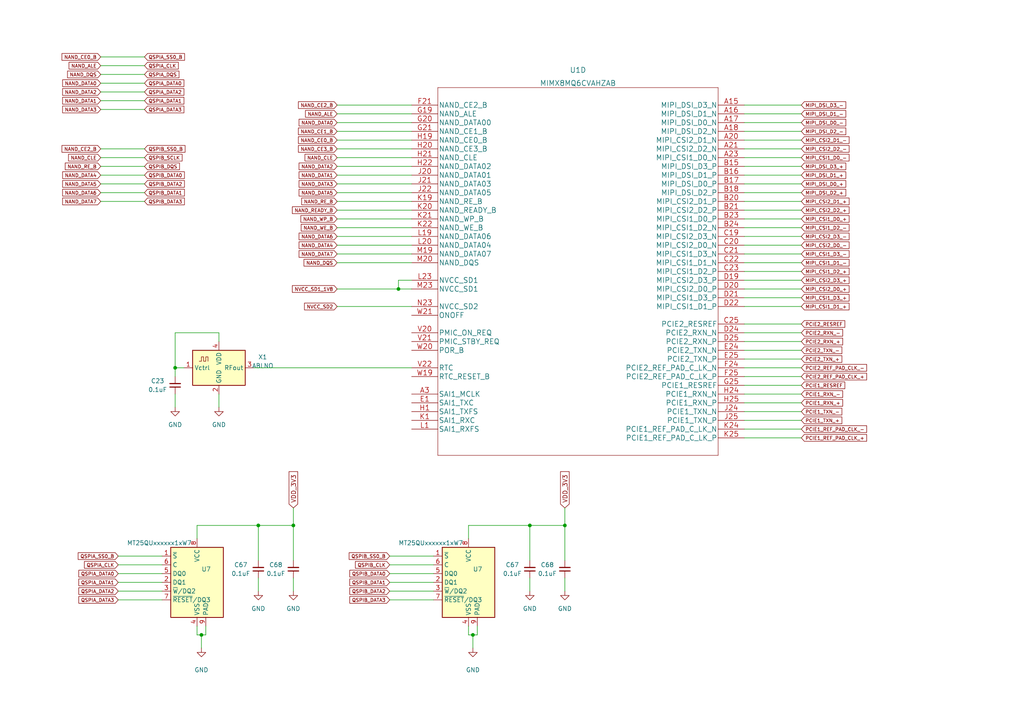
<source format=kicad_sch>
(kicad_sch (version 20230121) (generator eeschema)
  (paper "A4")
  (junction (at 137.16 184.15))
  (junction (at 153.67 152.4))
  (junction (at 58.42 184.15))
  (junction (at 163.83 152.4))
  (junction (at 50.8 106.68))
  (junction (at 74.93 152.4))
  (junction (at 85.09 152.4))
  (junction (at 115.57 83.82))
  (wire (pts (xy 46.99 163.83) (xy 34.29 163.83)))
  (wire (pts (xy 215.9 124.46) (xy 232.41 124.46)))
  (wire (pts (xy 50.8 109.22) (xy 50.8 106.68)))
  (wire (pts (xy 97.79 40.64) (xy 119.38 40.64)))
  (wire (pts (xy 97.79 76.2) (xy 119.38 76.2)))
  (wire (pts (xy 97.79 48.26) (xy 119.38 48.26)))
  (wire (pts (xy 46.99 171.45) (xy 34.29 171.45)))
  (wire (pts (xy 215.9 96.52) (xy 232.41 96.52)))
  (wire (pts (xy 215.9 119.38) (xy 232.41 119.38)))
  (wire (pts (xy 97.79 83.82) (xy 115.57 83.82)))
  (wire (pts (xy 215.9 78.74) (xy 232.41 78.74)))
  (wire (pts (xy 97.79 68.58) (xy 119.38 68.58)))
  (wire (pts (xy 137.16 184.15) (xy 137.16 187.96)))
  (wire (pts (xy 137.16 184.15) (xy 138.43 184.15)))
  (wire (pts (xy 29.21 45.72) (xy 41.91 45.72)))
  (wire (pts (xy 63.5 96.52) (xy 63.5 99.06)))
  (wire (pts (xy 125.73 163.83) (xy 113.03 163.83)))
  (wire (pts (xy 125.73 173.99) (xy 113.03 173.99)))
  (wire (pts (xy 119.38 81.28) (xy 115.57 81.28)))
  (wire (pts (xy 29.21 26.67) (xy 41.91 26.67)))
  (wire (pts (xy 135.89 181.61) (xy 135.89 184.15)))
  (wire (pts (xy 97.79 73.66) (xy 119.38 73.66)))
  (wire (pts (xy 215.9 101.6) (xy 232.41 101.6)))
  (wire (pts (xy 135.89 156.21) (xy 135.89 152.4)))
  (wire (pts (xy 135.89 184.15) (xy 137.16 184.15)))
  (wire (pts (xy 97.79 88.9) (xy 119.38 88.9)))
  (wire (pts (xy 29.21 24.13) (xy 41.91 24.13)))
  (wire (pts (xy 29.21 21.59) (xy 41.91 21.59)))
  (wire (pts (xy 153.67 167.64) (xy 153.67 171.45)))
  (wire (pts (xy 29.21 19.05) (xy 41.91 19.05)))
  (wire (pts (xy 163.83 152.4) (xy 163.83 162.56)))
  (wire (pts (xy 97.79 53.34) (xy 119.38 53.34)))
  (wire (pts (xy 215.9 33.02) (xy 232.41 33.02)))
  (wire (pts (xy 215.9 104.14) (xy 232.41 104.14)))
  (wire (pts (xy 153.67 152.4) (xy 153.67 162.56)))
  (wire (pts (xy 73.66 106.68) (xy 119.38 106.68)))
  (wire (pts (xy 97.79 71.12) (xy 119.38 71.12)))
  (wire (pts (xy 29.21 58.42) (xy 41.91 58.42)))
  (wire (pts (xy 115.57 83.82) (xy 119.38 83.82)))
  (wire (pts (xy 29.21 50.8) (xy 41.91 50.8)))
  (wire (pts (xy 97.79 45.72) (xy 119.38 45.72)))
  (wire (pts (xy 215.9 55.88) (xy 232.41 55.88)))
  (wire (pts (xy 215.9 121.92) (xy 232.41 121.92)))
  (wire (pts (xy 29.21 48.26) (xy 41.91 48.26)))
  (wire (pts (xy 215.9 45.72) (xy 232.41 45.72)))
  (wire (pts (xy 163.83 147.32) (xy 163.83 152.4)))
  (wire (pts (xy 29.21 53.34) (xy 41.91 53.34)))
  (wire (pts (xy 58.42 184.15) (xy 58.42 187.96)))
  (wire (pts (xy 215.9 40.64) (xy 232.41 40.64)))
  (wire (pts (xy 125.73 168.91) (xy 113.03 168.91)))
  (wire (pts (xy 97.79 35.56) (xy 119.38 35.56)))
  (wire (pts (xy 50.8 96.52) (xy 63.5 96.52)))
  (wire (pts (xy 115.57 81.28) (xy 115.57 83.82)))
  (wire (pts (xy 215.9 83.82) (xy 232.41 83.82)))
  (wire (pts (xy 215.9 88.9) (xy 232.41 88.9)))
  (wire (pts (xy 63.5 114.3) (xy 63.5 118.11)))
  (wire (pts (xy 97.79 66.04) (xy 119.38 66.04)))
  (wire (pts (xy 97.79 30.48) (xy 119.38 30.48)))
  (wire (pts (xy 57.15 152.4) (xy 74.93 152.4)))
  (wire (pts (xy 125.73 166.37) (xy 113.03 166.37)))
  (wire (pts (xy 163.83 167.64) (xy 163.83 171.45)))
  (wire (pts (xy 97.79 60.96) (xy 119.38 60.96)))
  (wire (pts (xy 215.9 106.68) (xy 232.41 106.68)))
  (wire (pts (xy 215.9 99.06) (xy 232.41 99.06)))
  (wire (pts (xy 46.99 173.99) (xy 34.29 173.99)))
  (wire (pts (xy 29.21 29.21) (xy 41.91 29.21)))
  (wire (pts (xy 97.79 50.8) (xy 119.38 50.8)))
  (wire (pts (xy 215.9 60.96) (xy 232.41 60.96)))
  (wire (pts (xy 215.9 81.28) (xy 232.41 81.28)))
  (wire (pts (xy 215.9 43.18) (xy 232.41 43.18)))
  (wire (pts (xy 125.73 161.29) (xy 113.03 161.29)))
  (wire (pts (xy 74.93 167.64) (xy 74.93 171.45)))
  (wire (pts (xy 97.79 58.42) (xy 119.38 58.42)))
  (wire (pts (xy 97.79 55.88) (xy 119.38 55.88)))
  (wire (pts (xy 215.9 35.56) (xy 232.41 35.56)))
  (wire (pts (xy 138.43 184.15) (xy 138.43 181.61)))
  (wire (pts (xy 215.9 111.76) (xy 232.41 111.76)))
  (wire (pts (xy 215.9 63.5) (xy 232.41 63.5)))
  (wire (pts (xy 215.9 66.04) (xy 232.41 66.04)))
  (wire (pts (xy 53.34 106.68) (xy 50.8 106.68)))
  (wire (pts (xy 85.09 147.32) (xy 85.09 152.4)))
  (wire (pts (xy 46.99 168.91) (xy 34.29 168.91)))
  (wire (pts (xy 29.21 16.51) (xy 41.91 16.51)))
  (wire (pts (xy 215.9 109.22) (xy 232.41 109.22)))
  (wire (pts (xy 97.79 38.1) (xy 119.38 38.1)))
  (wire (pts (xy 97.79 63.5) (xy 119.38 63.5)))
  (wire (pts (xy 85.09 152.4) (xy 85.09 162.56)))
  (wire (pts (xy 215.9 58.42) (xy 232.41 58.42)))
  (wire (pts (xy 215.9 116.84) (xy 232.41 116.84)))
  (wire (pts (xy 74.93 152.4) (xy 74.93 162.56)))
  (wire (pts (xy 46.99 166.37) (xy 34.29 166.37)))
  (wire (pts (xy 215.9 38.1) (xy 232.41 38.1)))
  (wire (pts (xy 50.8 114.3) (xy 50.8 118.11)))
  (wire (pts (xy 57.15 156.21) (xy 57.15 152.4)))
  (wire (pts (xy 215.9 48.26) (xy 232.41 48.26)))
  (wire (pts (xy 215.9 127) (xy 232.41 127)))
  (wire (pts (xy 125.73 171.45) (xy 113.03 171.45)))
  (wire (pts (xy 215.9 68.58) (xy 232.41 68.58)))
  (wire (pts (xy 97.79 33.02) (xy 119.38 33.02)))
  (wire (pts (xy 59.69 184.15) (xy 59.69 181.61)))
  (wire (pts (xy 215.9 71.12) (xy 232.41 71.12)))
  (wire (pts (xy 50.8 106.68) (xy 50.8 96.52)))
  (wire (pts (xy 58.42 184.15) (xy 59.69 184.15)))
  (wire (pts (xy 29.21 55.88) (xy 41.91 55.88)))
  (wire (pts (xy 153.67 152.4) (xy 163.83 152.4)))
  (wire (pts (xy 215.9 114.3) (xy 232.41 114.3)))
  (wire (pts (xy 215.9 73.66) (xy 232.41 73.66)))
  (wire (pts (xy 215.9 93.98) (xy 232.41 93.98)))
  (wire (pts (xy 74.93 152.4) (xy 85.09 152.4)))
  (wire (pts (xy 85.09 167.64) (xy 85.09 171.45)))
  (wire (pts (xy 215.9 53.34) (xy 232.41 53.34)))
  (wire (pts (xy 215.9 30.48) (xy 232.41 30.48)))
  (wire (pts (xy 215.9 76.2) (xy 232.41 76.2)))
  (wire (pts (xy 135.89 152.4) (xy 153.67 152.4)))
  (wire (pts (xy 57.15 184.15) (xy 58.42 184.15)))
  (wire (pts (xy 97.79 43.18) (xy 119.38 43.18)))
  (wire (pts (xy 215.9 86.36) (xy 232.41 86.36)))
  (wire (pts (xy 29.21 31.75) (xy 41.91 31.75)))
  (wire (pts (xy 215.9 50.8) (xy 232.41 50.8)))
  (wire (pts (xy 29.21 43.18) (xy 41.91 43.18)))
  (wire (pts (xy 46.99 161.29) (xy 34.29 161.29)))
  (wire (pts (xy 57.15 181.61) (xy 57.15 184.15)))
  (global_label "NAND_CE0_B" (shape input) (at 97.79 40.64 180) (effects (font (size 1 1))) (property "Intersheetrefs" "${INTERSHEET_REFS}" (effects hide)))
  (global_label "QSPIA_DATA1" (shape input) (at 34.29 168.91 180) (effects (font (size 1 1))) (property "Intersheetrefs" "${INTERSHEET_REFS}" (effects hide)))
  (global_label "MIPI_CSI1_D1_-" (shape input) (at 232.41 76.2 0) (effects (font (size 1 1))) (property "Intersheetrefs" "${INTERSHEET_REFS}" (effects hide)))
  (global_label "NAND_CE1_B" (shape input) (at 97.79 38.1 180) (effects (font (size 1 1))) (property "Intersheetrefs" "${INTERSHEET_REFS}" (effects hide)))
  (global_label "PCIE1_REF_PAD_CLK_+" (shape input) (at 232.41 127 0) (effects (font (size 1 1))) (property "Intersheetrefs" "${INTERSHEET_REFS}" (effects hide)))
  (global_label "NAND_DATA4" (shape input) (at 29.21 50.8 180) (effects (font (size 1 1))) (property "Intersheetrefs" "${INTERSHEET_REFS}" (effects hide)))
  (global_label "PCIE1_TXN_-" (shape input) (at 232.41 119.38 0) (effects (font (size 1 1))) (property "Intersheetrefs" "${INTERSHEET_REFS}" (effects hide)))
  (global_label "NAND_DATA0" (shape input) (at 29.21 24.13 180) (effects (font (size 1 1))) (property "Intersheetrefs" "${INTERSHEET_REFS}" (effects hide)))
  (global_label "NAND_ALE" (shape input) (at 97.79 33.02 180) (effects (font (size 1 1))) (property "Intersheetrefs" "${INTERSHEET_REFS}" (effects hide)))
  (global_label "MIPI_CSI1_D0_-" (shape input) (at 232.41 45.72 0) (effects (font (size 1 1))) (property "Intersheetrefs" "${INTERSHEET_REFS}" (effects hide)))
  (global_label "QSPIA_DATA0" (shape input) (at 41.91 24.13 0) (effects (font (size 1 1))) (property "Intersheetrefs" "${INTERSHEET_REFS}" (effects hide)))
  (global_label "QSPIB_DATA1" (shape input) (at 113.03 168.91 180) (effects (font (size 1 1))) (property "Intersheetrefs" "${INTERSHEET_REFS}" (effects hide)))
  (global_label "MIPI_CSI1_D3_-" (shape input) (at 232.41 73.66 0) (effects (font (size 1 1))) (property "Intersheetrefs" "${INTERSHEET_REFS}" (effects hide)))
  (global_label "PCIE2_RXN_+" (shape input) (at 232.41 99.06 0) (effects (font (size 1 1))) (property "Intersheetrefs" "${INTERSHEET_REFS}" (effects hide)))
  (global_label "PCIE2_RESREF" (shape input) (at 232.41 93.98 0) (effects (font (size 1 1))) (property "Intersheetrefs" "${INTERSHEET_REFS}" (effects hide)))
  (global_label "PCIE1_RXN_+" (shape input) (at 232.41 116.84 0) (effects (font (size 1 1))) (property "Intersheetrefs" "${INTERSHEET_REFS}" (effects hide)))
  (global_label "QSPIB_DQS" (shape input) (at 41.91 48.26 0) (effects (font (size 1 1))) (property "Intersheetrefs" "${INTERSHEET_REFS}" (effects hide)))
  (global_label "MIPI_CSI2_D0_-" (shape input) (at 232.41 71.12 0) (effects (font (size 1 1))) (property "Intersheetrefs" "${INTERSHEET_REFS}" (effects hide)))
  (global_label "PCIE1_REF_PAD_CLK_-" (shape input) (at 232.41 124.46 0) (effects (font (size 1 1))) (property "Intersheetrefs" "${INTERSHEET_REFS}" (effects hide)))
  (global_label "NVCC_SD2" (shape input) (at 97.79 88.9 180) (effects (font (size 1 1))) (property "Intersheetrefs" "${INTERSHEET_REFS}" (effects hide)))
  (global_label "NAND_DATA7" (shape input) (at 29.21 58.42 180) (effects (font (size 1 1))) (property "Intersheetrefs" "${INTERSHEET_REFS}" (effects hide)))
  (global_label "MIPI_DSI_D0_+" (shape input) (at 232.41 53.34 0) (effects (font (size 1 1))) (property "Intersheetrefs" "${INTERSHEET_REFS}" (effects hide)))
  (global_label "MIPI_DSI_D2_-" (shape input) (at 232.41 38.1 0) (effects (font (size 1 1))) (property "Intersheetrefs" "${INTERSHEET_REFS}" (effects hide)))
  (global_label "NAND_DATA1" (shape input) (at 97.79 50.8 180) (effects (font (size 1 1))) (property "Intersheetrefs" "${INTERSHEET_REFS}" (effects hide)))
  (global_label "MIPI_DSI_D1_-" (shape input) (at 232.41 33.02 0) (effects (font (size 1 1))) (property "Intersheetrefs" "${INTERSHEET_REFS}" (effects hide)))
  (global_label "MIPI_CSI2_D2_+" (shape input) (at 232.41 60.96 0) (effects (font (size 1 1))) (property "Intersheetrefs" "${INTERSHEET_REFS}" (effects hide)))
  (global_label "NAND_CE2_B" (shape input) (at 97.79 30.48 180) (effects (font (size 1 1))) (property "Intersheetrefs" "${INTERSHEET_REFS}" (effects hide)))
  (global_label "PCIE1_RXN_-" (shape input) (at 232.41 114.3 0) (effects (font (size 1 1))) (property "Intersheetrefs" "${INTERSHEET_REFS}" (effects hide)))
  (global_label "MIPI_CSI1_D0_+" (shape input) (at 232.41 63.5 0) (effects (font (size 1 1))) (property "Intersheetrefs" "${INTERSHEET_REFS}" (effects hide)))
  (global_label "NAND_CLE" (shape input) (at 97.79 45.72 180) (effects (font (size 1 1))) (property "Intersheetrefs" "${INTERSHEET_REFS}" (effects hide)))
  (global_label "NAND_DATA7" (shape input) (at 97.79 73.66 180) (effects (font (size 1 1))) (property "Intersheetrefs" "${INTERSHEET_REFS}" (effects hide)))
  (global_label "NAND_CLE" (shape input) (at 29.21 45.72 180) (effects (font (size 1 1))) (property "Intersheetrefs" "${INTERSHEET_REFS}" (effects hide)))
  (global_label "PCIE2_TXN_+" (shape input) (at 232.41 104.14 0) (effects (font (size 1 1))) (property "Intersheetrefs" "${INTERSHEET_REFS}" (effects hide)))
  (global_label "NAND_CE3_B" (shape input) (at 97.79 43.18 180) (effects (font (size 1 1))) (property "Intersheetrefs" "${INTERSHEET_REFS}" (effects hide)))
  (global_label "MIPI_DSI_D0_-" (shape input) (at 232.41 35.56 0) (effects (font (size 1 1))) (property "Intersheetrefs" "${INTERSHEET_REFS}" (effects hide)))
  (global_label "NAND_DATA5" (shape input) (at 97.79 55.88 180) (effects (font (size 1 1))) (property "Intersheetrefs" "${INTERSHEET_REFS}" (effects hide)))
  (global_label "NAND_WP_B" (shape input) (at 97.79 63.5 180) (effects (font (size 1 1))) (property "Intersheetrefs" "${INTERSHEET_REFS}" (effects hide)))
  (global_label "NAND_DATA3" (shape input) (at 29.21 31.75 180) (effects (font (size 1 1))) (property "Intersheetrefs" "${INTERSHEET_REFS}" (effects hide)))
  (global_label "QSPIB_DATA0" (shape input) (at 41.91 50.8 0) (effects (font (size 1 1))) (property "Intersheetrefs" "${INTERSHEET_REFS}" (effects hide)))
  (global_label "MIPI_CSI2_D2_-" (shape input) (at 232.41 43.18 0) (effects (font (size 1 1))) (property "Intersheetrefs" "${INTERSHEET_REFS}" (effects hide)))
  (global_label "QSPIA_DATA1" (shape input) (at 41.91 29.21 0) (effects (font (size 1 1))) (property "Intersheetrefs" "${INTERSHEET_REFS}" (effects hide)))
  (global_label "NAND_DATA5" (shape input) (at 29.21 53.34 180) (effects (font (size 1 1))) (property "Intersheetrefs" "${INTERSHEET_REFS}" (effects hide)))
  (global_label "MIPI_CSI1_D3_+" (shape input) (at 232.41 86.36 0) (effects (font (size 1 1))) (property "Intersheetrefs" "${INTERSHEET_REFS}" (effects hide)))
  (global_label "QSPIB_SS0_B" (shape input) (at 113.03 161.29 180) (effects (font (size 1 1))) (property "Intersheetrefs" "${INTERSHEET_REFS}" (effects hide)))
  (global_label "PCIE2_REF_PAD_CLK_-" (shape input) (at 232.41 106.68 0) (effects (font (size 1 1))) (property "Intersheetrefs" "${INTERSHEET_REFS}" (effects hide)))
  (global_label "QSPIB_DATA2" (shape input) (at 41.91 53.34 0) (effects (font (size 1 1))) (property "Intersheetrefs" "${INTERSHEET_REFS}" (effects hide)))
  (global_label "QSPIB_DATA3" (shape input) (at 113.03 173.99 180) (effects (font (size 1 1))) (property "Intersheetrefs" "${INTERSHEET_REFS}" (effects hide)))
  (global_label "QSPIB_DATA3" (shape input) (at 41.91 58.42 0) (effects (font (size 1 1))) (property "Intersheetrefs" "${INTERSHEET_REFS}" (effects hide)))
  (global_label "MIPI_CSI1_D2_-" (shape input) (at 232.41 66.04 0) (effects (font (size 1 1))) (property "Intersheetrefs" "${INTERSHEET_REFS}" (effects hide)))
  (global_label "QSPIA_CLK" (shape input) (at 34.29 163.83 180) (effects (font (size 1 1))) (property "Intersheetrefs" "${INTERSHEET_REFS}" (effects hide)))
  (global_label "NAND_DATA6" (shape input) (at 29.21 55.88 180) (effects (font (size 1 1))) (property "Intersheetrefs" "${INTERSHEET_REFS}" (effects hide)))
  (global_label "MIPI_CSI1_D2_+" (shape input) (at 232.41 78.74 0) (effects (font (size 1 1))) (property "Intersheetrefs" "${INTERSHEET_REFS}" (effects hide)))
  (global_label "QSPIA_CLK" (shape input) (at 41.91 19.05 0) (effects (font (size 1 1))) (property "Intersheetrefs" "${INTERSHEET_REFS}" (effects hide)))
  (global_label "PCIE1_RESREF" (shape input) (at 232.41 111.76 0) (effects (font (size 1 1))) (property "Intersheetrefs" "${INTERSHEET_REFS}" (effects hide)))
  (global_label "NAND_WE_B" (shape input) (at 97.79 66.04 180) (effects (font (size 1 1))) (property "Intersheetrefs" "${INTERSHEET_REFS}" (effects hide)))
  (global_label "QSPIA_DATA3" (shape input) (at 41.91 31.75 0) (effects (font (size 1 1))) (property "Intersheetrefs" "${INTERSHEET_REFS}" (effects hide)))
  (global_label "QSPIA_DATA0" (shape input) (at 34.29 166.37 180) (effects (font (size 1 1))) (property "Intersheetrefs" "${INTERSHEET_REFS}" (effects hide)))
  (global_label "QSPIA_DATA2" (shape input) (at 34.29 171.45 180) (effects (font (size 1 1))) (property "Intersheetrefs" "${INTERSHEET_REFS}" (effects hide)))
  (global_label "QSPIB_DATA0" (shape input) (at 113.03 166.37 180) (effects (font (size 1 1))) (property "Intersheetrefs" "${INTERSHEET_REFS}" (effects hide)))
  (global_label "NAND_RE_B" (shape input) (at 97.79 58.42 180) (effects (font (size 1 1))) (property "Intersheetrefs" "${INTERSHEET_REFS}" (effects hide)))
  (global_label "NAND_DATA3" (shape input) (at 97.79 53.34 180) (effects (font (size 1 1))) (property "Intersheetrefs" "${INTERSHEET_REFS}" (effects hide)))
  (global_label "QSPIA_SS0_B" (shape input) (at 34.29 161.29 180) (effects (font (size 1 1))) (property "Intersheetrefs" "${INTERSHEET_REFS}" (effects hide)))
  (global_label "QSPIA_SS0_B" (shape input) (at 41.91 16.51 0) (effects (font (size 1 1))) (property "Intersheetrefs" "${INTERSHEET_REFS}" (effects hide)))
  (global_label "NAND_DATA2" (shape input) (at 29.21 26.67 180) (effects (font (size 1 1))) (property "Intersheetrefs" "${INTERSHEET_REFS}" (effects hide)))
  (global_label "MIPI_DSI_D3_+" (shape input) (at 232.41 48.26 0) (effects (font (size 1 1))) (property "Intersheetrefs" "${INTERSHEET_REFS}" (effects hide)))
  (global_label "MIPI_CSI2_D3_-" (shape input) (at 232.41 68.58 0) (effects (font (size 1 1))) (property "Intersheetrefs" "${INTERSHEET_REFS}" (effects hide)))
  (global_label "QSPIB_DATA1" (shape input) (at 41.91 55.88 0) (effects (font (size 1 1))) (property "Intersheetrefs" "${INTERSHEET_REFS}" (effects hide)))
  (global_label "QSPIB_DATA2" (shape input) (at 113.03 171.45 180) (effects (font (size 1 1))) (property "Intersheetrefs" "${INTERSHEET_REFS}" (effects hide)))
  (global_label "NVCC_SD1_1V8" (shape input) (at 97.79 83.82 180) (effects (font (size 1 1))) (property "Intersheetrefs" "${INTERSHEET_REFS}" (effects hide)))
  (global_label "NAND_DATA6" (shape input) (at 97.79 68.58 180) (effects (font (size 1 1))) (property "Intersheetrefs" "${INTERSHEET_REFS}" (effects hide)))
  (global_label "MIPI_DSI_D1_+" (shape input) (at 232.41 50.8 0) (effects (font (size 1 1))) (property "Intersheetrefs" "${INTERSHEET_REFS}" (effects hide)))
  (global_label "MIPI_CSI2_D3_+" (shape input) (at 232.41 81.28 0) (effects (font (size 1 1))) (property "Intersheetrefs" "${INTERSHEET_REFS}" (effects hide)))
  (global_label "NAND_DQS" (shape input) (at 97.79 76.2 180) (effects (font (size 1 1))) (property "Intersheetrefs" "${INTERSHEET_REFS}" (effects hide)))
  (global_label "NAND_DATA0" (shape input) (at 97.79 35.56 180) (effects (font (size 1 1))) (property "Intersheetrefs" "${INTERSHEET_REFS}" (effects hide)))
  (global_label "MIPI_CSI2_D1_-" (shape input) (at 232.41 40.64 0) (effects (font (size 1 1))) (property "Intersheetrefs" "${INTERSHEET_REFS}" (effects hide)))
  (global_label "MIPI_DSI_D2_+" (shape input) (at 232.41 55.88 0) (effects (font (size 1 1))) (property "Intersheetrefs" "${INTERSHEET_REFS}" (effects hide)))
  (global_label "NAND_DATA4" (shape input) (at 97.79 71.12 180) (effects (font (size 1 1))) (property "Intersheetrefs" "${INTERSHEET_REFS}" (effects hide)))
  (global_label "PCIE2_TXN_-" (shape input) (at 232.41 101.6 0) (effects (font (size 1 1))) (property "Intersheetrefs" "${INTERSHEET_REFS}" (effects hide)))
  (global_label "NAND_RE_B" (shape input) (at 29.21 48.26 180) (effects (font (size 1 1))) (property "Intersheetrefs" "${INTERSHEET_REFS}" (effects hide)))
  (global_label "PCIE1_TXN_+" (shape input) (at 232.41 121.92 0) (effects (font (size 1 1))) (property "Intersheetrefs" "${INTERSHEET_REFS}" (effects hide)))
  (global_label "NAND_CE0_B" (shape input) (at 29.21 16.51 180) (effects (font (size 1 1))) (property "Intersheetrefs" "${INTERSHEET_REFS}" (effects hide)))
  (global_label "MIPI_CSI1_D1_+" (shape input) (at 232.41 88.9 0) (effects (font (size 1 1))) (property "Intersheetrefs" "${INTERSHEET_REFS}" (effects hide)))
  (global_label "NAND_DATA2" (shape input) (at 97.79 48.26 180) (effects (font (size 1 1))) (property "Intersheetrefs" "${INTERSHEET_REFS}" (effects hide)))
  (global_label "NAND_CE2_B" (shape input) (at 29.21 43.18 180) (effects (font (size 1 1))) (property "Intersheetrefs" "${INTERSHEET_REFS}" (effects hide)))
  (global_label "QSPIA_DATA3" (shape input) (at 34.29 173.99 180) (effects (font (size 1 1))) (property "Intersheetrefs" "${INTERSHEET_REFS}" (effects hide)))
  (global_label "VDD_3V3" (shape input) (at 85.09 147.32 90) (property "Intersheetrefs" "${INTERSHEET_REFS}" (effects hide)))
  (global_label "MIPI_CSI2_D1_+" (shape input) (at 232.41 58.42 0) (effects (font (size 1 1))) (property "Intersheetrefs" "${INTERSHEET_REFS}" (effects hide)))
  (global_label "NAND_ALE" (shape input) (at 29.21 19.05 180) (effects (font (size 1 1))) (property "Intersheetrefs" "${INTERSHEET_REFS}" (effects hide)))
  (global_label "QSPIB_SS0_B" (shape input) (at 41.91 43.18 0) (effects (font (size 1 1))) (property "Intersheetrefs" "${INTERSHEET_REFS}" (effects hide)))
  (global_label "QSPIB_SCLK" (shape input) (at 41.91 45.72 0) (effects (font (size 1 1))) (property "Intersheetrefs" "${INTERSHEET_REFS}" (effects hide)))
  (global_label "VDD_3V3" (shape input) (at 163.83 147.32 90) (property "Intersheetrefs" "${INTERSHEET_REFS}" (effects hide)))
  (global_label "NAND_DQS" (shape input) (at 29.21 21.59 180) (effects (font (size 1 1))) (property "Intersheetrefs" "${INTERSHEET_REFS}" (effects hide)))
  (global_label "PCIE2_REF_PAD_CLK_+" (shape input) (at 232.41 109.22 0) (effects (font (size 1 1))) (property "Intersheetrefs" "${INTERSHEET_REFS}" (effects hide)))
  (global_label "NAND_READY_B" (shape input) (at 97.79 60.96 180) (effects (font (size 1 1))) (property "Intersheetrefs" "${INTERSHEET_REFS}" (effects hide)))
  (global_label "QSPIA_DQS" (shape input) (at 41.91 21.59 0) (effects (font (size 1 1))) (property "Intersheetrefs" "${INTERSHEET_REFS}" (effects hide)))
  (global_label "MIPI_DSI_D3_-" (shape input) (at 232.41 30.48 0) (effects (font (size 1 1))) (property "Intersheetrefs" "${INTERSHEET_REFS}" (effects hide)))
  (global_label "NAND_DATA1" (shape input) (at 29.21 29.21 180) (effects (font (size 1 1))) (property "Intersheetrefs" "${INTERSHEET_REFS}" (effects hide)))
  (global_label "QSPIA_DATA2" (shape input) (at 41.91 26.67 0) (effects (font (size 1 1))) (property "Intersheetrefs" "${INTERSHEET_REFS}" (effects hide)))
  (global_label "QSPIB_CLK" (shape input) (at 113.03 163.83 180) (effects (font (size 1 1))) (property "Intersheetrefs" "${INTERSHEET_REFS}" (effects hide)))
  (global_label "MIPI_CSI2_D0_+" (shape input) (at 232.41 83.82 0) (effects (font (size 1 1))) (property "Intersheetrefs" "${INTERSHEET_REFS}" (effects hide)))
  (global_label "PCIE2_RXN_-" (shape input) (at 232.41 96.52 0) (effects (font (size 1 1))) (property "Intersheetrefs" "${INTERSHEET_REFS}" (effects hide)))
  (symbol (lib_id "power:GND") (at 74.93 171.45 0) (unit 1)
    (property "Reference" "#PWR038" (effects hide))
    (property "Value" "GND" (at 74.93 176.53 0))
  )
  (symbol (lib_id "Device:C_Small") (at 85.09 165.1 180) (unit 1)
    (property "Reference" "C68" (at 80.01 163.83 0))
    (property "Value" "0.1uF" (at 80.01 166.37 0))
    (property "Footprint" "Capacitor_SMD:C_0402_1005Metric" (effects hide))
  )
  (symbol (lib_id "Memory_Flash:MT25QUxxxxxx1xW7") (at 57.15 168.91 0) (unit 1)
    (property "Reference" "U7" (at 58.42 165.1 0) (effects (justify left)))
    (property "Value" "MT25QUxxxxxx1xW7" (at 36.83 157.48 0) (effects (justify left)))
    (property "Footprint" "Package_DFN_QFN:W-PDFN-8-1EP_6x5mm_P1.27mm_EP3x3mm" (effects hide))
    (property "Datasheet" "https://media-www.micron.com/-/media/client/global/documents/products/data-sheet/nor-flash/serial-nor/mt25q/die-rev-a/mt25q_qljs_u_256_aba_0.pdf" (effects hide))
  )
  (symbol (lib_id "power:GND") (at 63.5 118.11 0) (unit 1)
    (property "Reference" "#PWR019" (effects hide))
    (property "Value" "GND" (at 63.5 123.19 0))
    (instances (project "IMX8MQ" (path "" (reference "#PWR019") (unit 1)) (path "" (reference "#PWR020") (unit 1))))
  )
  (symbol (lib_id "Device:C_Small") (at 153.67 165.1 180) (unit 1)
    (property "Reference" "C67" (at 148.59 163.83 0))
    (property "Value" "0.1uF" (at 148.59 166.37 0))
    (property "Footprint" "Capacitor_SMD:C_0402_1005Metric" (effects hide))
    (instances (project "IMX8MQ" (path "" (reference "C67") (unit 1)) (path "" (reference "C69") (unit 1))))
  )
  (symbol (lib_id "Device:C_Small") (at 74.93 165.1 180) (unit 1)
    (property "Reference" "C67" (at 69.85 163.83 0))
    (property "Value" "0.1uF" (at 69.85 166.37 0))
    (property "Footprint" "Capacitor_SMD:C_0402_1005Metric" (effects hide))
  )
  (symbol (lib_id "_MIMX8MQ6CVAHZAB:MIMX8MQ6CVAHZAB") (at 119.38 30.48 0) (unit 4)
    (property "Reference" "U1" (at 167.64 20.32 0) (effects (font (size 1.524 1.524))))
    (property "Value" "MIMX8MQ6CVAHZAB" (at 167.64 24.13 0) (effects (font (size 1.524 1.524))))
    (property "Footprint" "IMX8MQ_footprints:MIMX8MQ6CVAHZAB" (effects hide))
  )
  (symbol (lib_id "power:GND") (at 163.83 171.45 0) (unit 1)
    (property "Reference" "#PWR039" (effects hide))
    (property "Value" "GND" (at 163.83 176.53 0))
    (instances (project "IMX8MQ" (path "" (reference "#PWR039") (unit 1)) (path "" (reference "#PWR048") (unit 1))))
  )
  (symbol (lib_id "Device:C_Small") (at 50.8 111.76 180) (unit 1)
    (property "Reference" "C23" (at 45.72 110.49 0))
    (property "Value" "0.1uF" (at 45.72 113.03 0))
    (property "Footprint" "Capacitor_SMD:C_0402_1005Metric" (effects hide))
  )
  (symbol (lib_id "power:GND") (at 58.42 187.96 0) (unit 1)
    (property "Reference" "#PWR037" (effects hide))
    (property "Value" "GND" (at 58.42 194.31 0))
  )
  (symbol (lib_id "Device:C_Small") (at 163.83 165.1 180) (unit 1)
    (property "Reference" "C68" (at 158.75 163.83 0))
    (property "Value" "0.1uF" (at 158.75 166.37 0))
    (property "Footprint" "Capacitor_SMD:C_0402_1005Metric" (effects hide))
    (instances (project "IMX8MQ" (path "" (reference "C68") (unit 1)) (path "" (reference "C70") (unit 1))))
  )
  (symbol (lib_id "Oscillator:ABLNO") (at 63.5 106.68 0) (unit 1)
    (property "Reference" "X1" (at 76.2 103.5559 0))
    (property "Value" "ABLNO" (at 76.2 106.0959 0))
    (property "Footprint" "Oscillator:Oscillator_SMD_EuroQuartz_XO32-4Pin_3.2x2.5mm_HandSoldering" (effects hide))
    (property "Datasheet" "https://abracon.com/Precisiontiming/ABLNO.pdf" (effects hide))
  )
  (symbol (lib_id "power:GND") (at 137.16 187.96 0) (unit 1)
    (property "Reference" "#PWR037" (effects hide))
    (property "Value" "GND" (at 137.16 194.31 0))
    (instances (project "IMX8MQ" (path "" (reference "#PWR037") (unit 1)) (path "" (reference "#PWR046") (unit 1))))
  )
  (symbol (lib_id "power:GND") (at 50.8 118.11 0) (unit 1)
    (property "Reference" "#PWR020" (effects hide))
    (property "Value" "GND" (at 50.8 123.19 0))
    (instances (project "IMX8MQ" (path "" (reference "#PWR020") (unit 1)) (path "" (reference "#PWR019") (unit 1))))
  )
  (symbol (lib_id "Memory_Flash:MT25QUxxxxxx1xW7") (at 135.89 168.91 0) (unit 1)
    (property "Reference" "U7" (at 137.16 165.1 0) (effects (justify left)))
    (property "Value" "MT25QUxxxxxx1xW7" (at 115.57 157.48 0) (effects (justify left)))
    (property "Footprint" "Package_DFN_QFN:W-PDFN-8-1EP_6x5mm_P1.27mm_EP3x3mm" (effects hide))
    (property "Datasheet" "https://media-www.micron.com/-/media/client/global/documents/products/data-sheet/nor-flash/serial-nor/mt25q/die-rev-a/mt25q_qljs_u_256_aba_0.pdf" (effects hide))
    (instances (project "IMX8MQ" (path "" (reference "U7") (unit 1)) (path "" (reference "U15") (unit 1))))
  )
  (symbol (lib_id "power:GND") (at 85.09 171.45 0) (unit 1)
    (property "Reference" "#PWR039" (effects hide))
    (property "Value" "GND" (at 85.09 176.53 0))
  )
  (symbol (lib_id "power:GND") (at 153.67 171.45 0) (unit 1)
    (property "Reference" "#PWR038" (effects hide))
    (property "Value" "GND" (at 153.67 176.53 0))
    (instances (project "IMX8MQ" (path "" (reference "#PWR038") (unit 1)) (path "" (reference "#PWR047") (unit 1))))
  )
)
</source>
